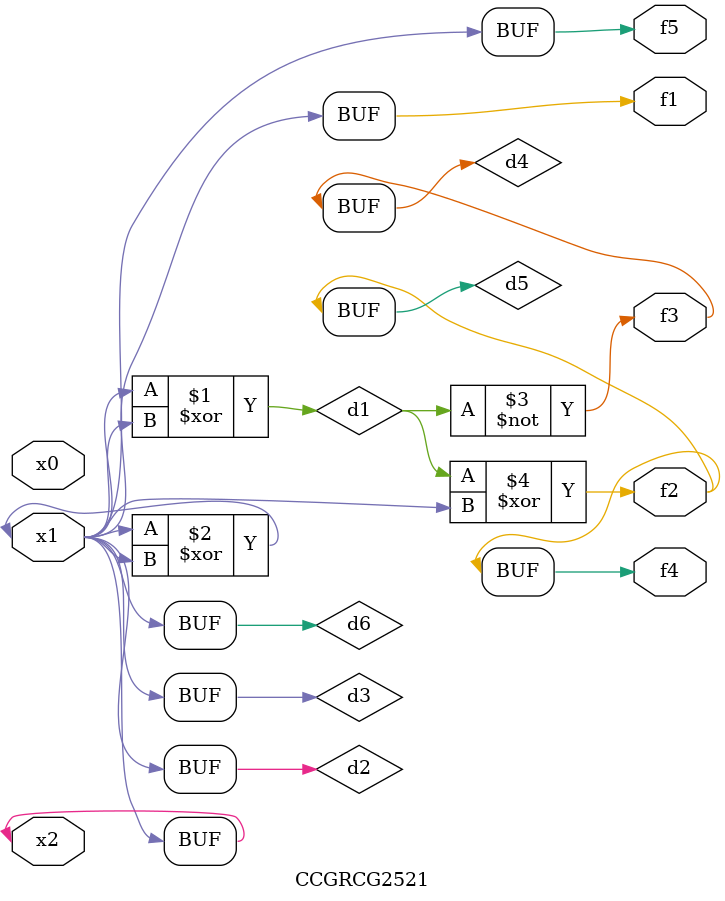
<source format=v>
module CCGRCG2521(
	input x0, x1, x2,
	output f1, f2, f3, f4, f5
);

	wire d1, d2, d3, d4, d5, d6;

	xor (d1, x1, x2);
	buf (d2, x1, x2);
	xor (d3, x1, x2);
	nor (d4, d1);
	xor (d5, d1, d2);
	buf (d6, d2, d3);
	assign f1 = d6;
	assign f2 = d5;
	assign f3 = d4;
	assign f4 = d5;
	assign f5 = d6;
endmodule

</source>
